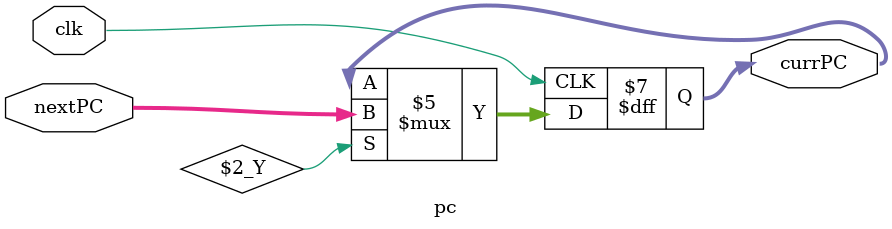
<source format=v>

/* pc module: sets the output to the input on a clock */
module pc(input clk, input [31:0] nextPC, output reg [31:0] currPC);

initial
begin
    currPC = 32'h00400020;
end

always @(posedge clk)
begin
    if($time != 0) // don't run if time is 0
    begin
      currPC = nextPC;
    end
end

endmodule

</source>
